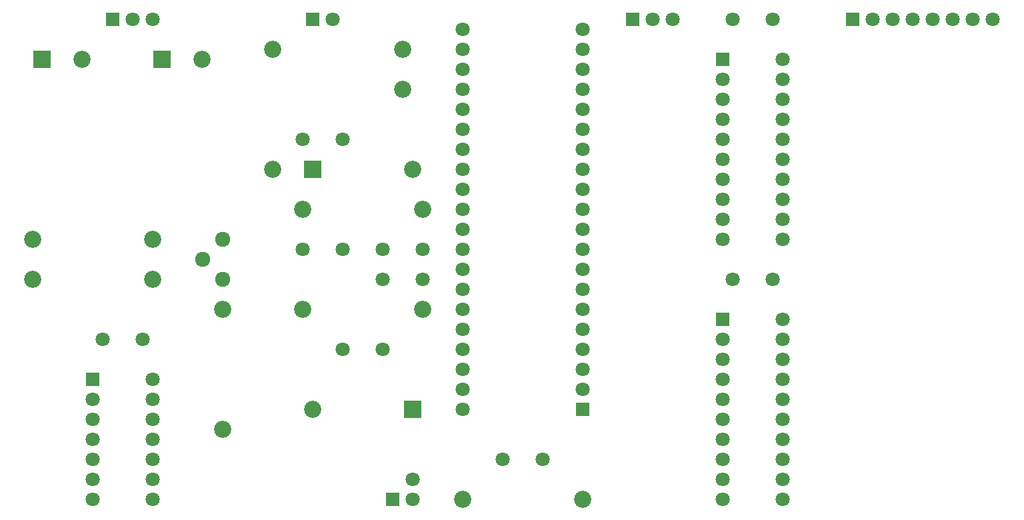
<source format=gbr>
G04 #@! TF.FileFunction,Soldermask,Top*
%FSLAX46Y46*%
G04 Gerber Fmt 4.6, Leading zero omitted, Abs format (unit mm)*
G04 Created by KiCad (PCBNEW 4.0.5+dfsg1-4+deb9u1) date Sun Sep  4 20:04:09 2022*
%MOMM*%
%LPD*%
G01*
G04 APERTURE LIST*
%ADD10C,0.100000*%
%ADD11C,1.797000*%
%ADD12R,2.178000X2.178000*%
%ADD13C,2.178000*%
%ADD14C,1.924000*%
%ADD15R,1.797000X1.797000*%
G04 APERTURE END LIST*
D10*
D11*
X120650000Y-93980000D03*
X125730000Y-93980000D03*
X135890000Y-93980000D03*
X130810000Y-93980000D03*
X130810000Y-106680000D03*
X125730000Y-106680000D03*
X130810000Y-97790000D03*
X135890000Y-97790000D03*
X120650000Y-80010000D03*
X125730000Y-80010000D03*
X180340000Y-64770000D03*
X175260000Y-64770000D03*
X180340000Y-97790000D03*
X175260000Y-97790000D03*
X100330000Y-105410000D03*
X95250000Y-105410000D03*
X146050000Y-120650000D03*
X151130000Y-120650000D03*
D12*
X102743000Y-69850000D03*
D13*
X107823000Y-69850000D03*
D12*
X87503000Y-69850000D03*
D13*
X92583000Y-69850000D03*
X121920000Y-114300000D03*
D12*
X134620000Y-114300000D03*
D13*
X134620000Y-83820000D03*
D12*
X121920000Y-83820000D03*
D13*
X133350000Y-73660000D03*
X133350000Y-68580000D03*
X135890000Y-88900000D03*
X120650000Y-88900000D03*
X140970000Y-125730000D03*
X156210000Y-125730000D03*
X101600000Y-97790000D03*
X86360000Y-97790000D03*
X86360000Y-92710000D03*
X101600000Y-92710000D03*
X110490000Y-101600000D03*
X110490000Y-116840000D03*
X116840000Y-68580000D03*
X116840000Y-83820000D03*
X120650000Y-101600000D03*
X135890000Y-101600000D03*
D14*
X110490000Y-97790000D03*
X107950000Y-95250000D03*
X110490000Y-92710000D03*
D15*
X132080000Y-125730000D03*
D11*
X134620000Y-125730000D03*
X134620000Y-123190000D03*
D15*
X190500000Y-64770000D03*
D11*
X193040000Y-64770000D03*
X195580000Y-64770000D03*
X198120000Y-64770000D03*
X200660000Y-64770000D03*
X203200000Y-64770000D03*
X205740000Y-64770000D03*
X208280000Y-64770000D03*
D15*
X162560000Y-64770000D03*
D11*
X165100000Y-64770000D03*
X167640000Y-64770000D03*
D15*
X121920000Y-64770000D03*
D11*
X124460000Y-64770000D03*
D15*
X96520000Y-64770000D03*
D11*
X99060000Y-64770000D03*
X101600000Y-64770000D03*
D15*
X93980000Y-110490000D03*
D11*
X93980000Y-113030000D03*
X93980000Y-115570000D03*
X93980000Y-118110000D03*
X93980000Y-120650000D03*
X93980000Y-123190000D03*
X93980000Y-125730000D03*
X101600000Y-125730000D03*
X101600000Y-123190000D03*
X101600000Y-120650000D03*
X101600000Y-118110000D03*
X101600000Y-115570000D03*
X101600000Y-113030000D03*
X101600000Y-110490000D03*
D15*
X156210000Y-114300000D03*
D11*
X156210000Y-111760000D03*
X156210000Y-109220000D03*
X156210000Y-106680000D03*
X156210000Y-104140000D03*
X156210000Y-101600000D03*
X156210000Y-99060000D03*
X156210000Y-96520000D03*
X156210000Y-93980000D03*
X156210000Y-91440000D03*
X156210000Y-88900000D03*
X156210000Y-86360000D03*
X156210000Y-83820000D03*
X156210000Y-81280000D03*
X156210000Y-78740000D03*
X156210000Y-76200000D03*
X156210000Y-73660000D03*
X156210000Y-71120000D03*
X156210000Y-68580000D03*
X156210000Y-66040000D03*
X140970000Y-66040000D03*
X140970000Y-68580000D03*
X140970000Y-71120000D03*
X140970000Y-73660000D03*
X140970000Y-76200000D03*
X140970000Y-78740000D03*
X140970000Y-81280000D03*
X140970000Y-83820000D03*
X140970000Y-86360000D03*
X140970000Y-88900000D03*
X140970000Y-91440000D03*
X140970000Y-93980000D03*
X140970000Y-96520000D03*
X140970000Y-99060000D03*
X140970000Y-101600000D03*
X140970000Y-104140000D03*
X140970000Y-106680000D03*
X140970000Y-109220000D03*
X140970000Y-111760000D03*
X140970000Y-114300000D03*
D15*
X173990000Y-102870000D03*
D11*
X173990000Y-105410000D03*
X173990000Y-107950000D03*
X173990000Y-110490000D03*
X173990000Y-113030000D03*
X173990000Y-115570000D03*
X173990000Y-118110000D03*
X173990000Y-120650000D03*
X173990000Y-123190000D03*
X173990000Y-125730000D03*
X181610000Y-125730000D03*
X181610000Y-123190000D03*
X181610000Y-120650000D03*
X181610000Y-118110000D03*
X181610000Y-115570000D03*
X181610000Y-113030000D03*
X181610000Y-110490000D03*
X181610000Y-107950000D03*
X181610000Y-105410000D03*
X181610000Y-102870000D03*
D15*
X173990000Y-69850000D03*
D11*
X173990000Y-72390000D03*
X173990000Y-74930000D03*
X173990000Y-77470000D03*
X173990000Y-80010000D03*
X173990000Y-82550000D03*
X173990000Y-85090000D03*
X173990000Y-87630000D03*
X173990000Y-90170000D03*
X173990000Y-92710000D03*
X181610000Y-92710000D03*
X181610000Y-90170000D03*
X181610000Y-87630000D03*
X181610000Y-85090000D03*
X181610000Y-82550000D03*
X181610000Y-80010000D03*
X181610000Y-77470000D03*
X181610000Y-74930000D03*
X181610000Y-72390000D03*
X181610000Y-69850000D03*
M02*

</source>
